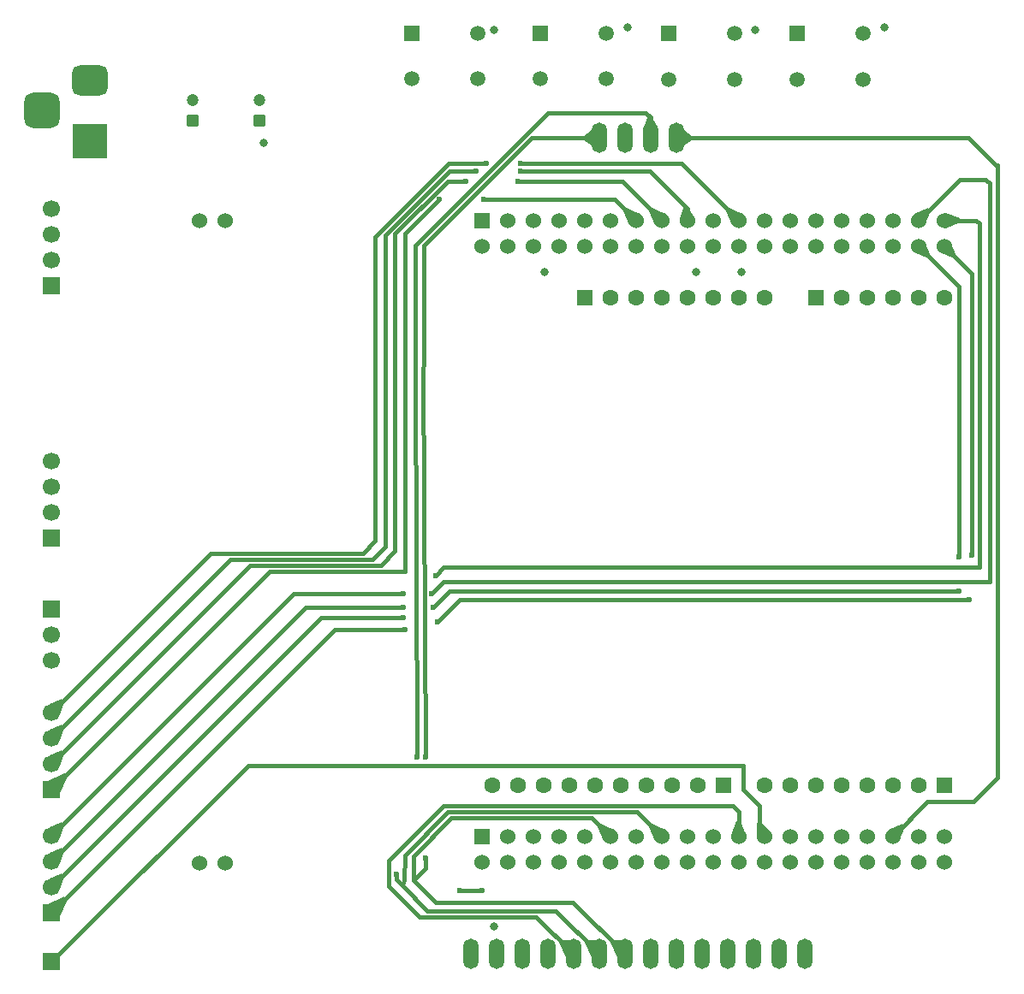
<source format=gbl>
%TF.GenerationSoftware,KiCad,Pcbnew,9.0.6*%
%TF.CreationDate,2025-11-14T23:18:00+01:00*%
%TF.ProjectId,uC_screen_power,75435f73-6372-4656-956e-5f706f776572,1*%
%TF.SameCoordinates,Original*%
%TF.FileFunction,Copper,L4,Bot*%
%TF.FilePolarity,Positive*%
%FSLAX46Y46*%
G04 Gerber Fmt 4.6, Leading zero omitted, Abs format (unit mm)*
G04 Created by KiCad (PCBNEW 9.0.6) date 2025-11-14 23:18:00*
%MOMM*%
%LPD*%
G01*
G04 APERTURE LIST*
G04 Aperture macros list*
%AMRoundRect*
0 Rectangle with rounded corners*
0 $1 Rounding radius*
0 $2 $3 $4 $5 $6 $7 $8 $9 X,Y pos of 4 corners*
0 Add a 4 corners polygon primitive as box body*
4,1,4,$2,$3,$4,$5,$6,$7,$8,$9,$2,$3,0*
0 Add four circle primitives for the rounded corners*
1,1,$1+$1,$2,$3*
1,1,$1+$1,$4,$5*
1,1,$1+$1,$6,$7*
1,1,$1+$1,$8,$9*
0 Add four rect primitives between the rounded corners*
20,1,$1+$1,$2,$3,$4,$5,0*
20,1,$1+$1,$4,$5,$6,$7,0*
20,1,$1+$1,$6,$7,$8,$9,0*
20,1,$1+$1,$8,$9,$2,$3,0*%
G04 Aperture macros list end*
%TA.AperFunction,ComponentPad*%
%ADD10RoundRect,0.250000X0.350000X-0.350000X0.350000X0.350000X-0.350000X0.350000X-0.350000X-0.350000X0*%
%TD*%
%TA.AperFunction,ComponentPad*%
%ADD11C,1.200000*%
%TD*%
%TA.AperFunction,ComponentPad*%
%ADD12O,1.500000X3.000000*%
%TD*%
%TA.AperFunction,ComponentPad*%
%ADD13R,1.508000X1.508000*%
%TD*%
%TA.AperFunction,ComponentPad*%
%ADD14C,1.508000*%
%TD*%
%TA.AperFunction,ComponentPad*%
%ADD15R,1.700000X1.700000*%
%TD*%
%TA.AperFunction,ComponentPad*%
%ADD16C,1.700000*%
%TD*%
%TA.AperFunction,ComponentPad*%
%ADD17R,3.500000X3.500000*%
%TD*%
%TA.AperFunction,ComponentPad*%
%ADD18RoundRect,0.750000X-1.000000X0.750000X-1.000000X-0.750000X1.000000X-0.750000X1.000000X0.750000X0*%
%TD*%
%TA.AperFunction,ComponentPad*%
%ADD19RoundRect,0.875000X-0.875000X0.875000X-0.875000X-0.875000X0.875000X-0.875000X0.875000X0.875000X0*%
%TD*%
%TA.AperFunction,ComponentPad*%
%ADD20R,1.605000X1.605000*%
%TD*%
%TA.AperFunction,ComponentPad*%
%ADD21C,1.605000*%
%TD*%
%TA.AperFunction,ComponentPad*%
%ADD22R,1.530000X1.530000*%
%TD*%
%TA.AperFunction,ComponentPad*%
%ADD23C,1.530000*%
%TD*%
%TA.AperFunction,ViaPad*%
%ADD24C,0.800000*%
%TD*%
%TA.AperFunction,ViaPad*%
%ADD25C,0.600000*%
%TD*%
%TA.AperFunction,Conductor*%
%ADD26C,0.400000*%
%TD*%
G04 APERTURE END LIST*
D10*
%TO.P,C67,1*%
%TO.N,+5V*%
X76800000Y-65000000D03*
D11*
%TO.P,C67,2*%
%TO.N,GND*%
X76800000Y-63000000D03*
%TD*%
D12*
%TO.P,U10,1,VCC*%
%TO.N,/VDD*%
X97680000Y-147500000D03*
%TO.P,U10,2,GND*%
%TO.N,GND*%
X100220000Y-147500000D03*
%TO.P,U10,3,CS*%
%TO.N,/CS*%
X102760000Y-147500000D03*
%TO.P,U10,4,RST*%
%TO.N,/RST*%
X105300000Y-147500000D03*
%TO.P,U10,5,DC*%
%TO.N,/DC*%
X107840000Y-147500000D03*
%TO.P,U10,6,MOSI*%
%TO.N,/MOSI*%
X110380000Y-147500000D03*
%TO.P,U10,7,SCK*%
%TO.N,/SCK*%
X112920000Y-147500000D03*
%TO.P,U10,8,LED*%
%TO.N,/VDD*%
X115460000Y-147500000D03*
%TO.P,U10,9,MISO*%
%TO.N,/MISO*%
X118000000Y-147500000D03*
%TO.P,U10,10*%
%TO.N,unconnected-(U10-Pad10)*%
X120540000Y-147500000D03*
%TO.P,U10,11*%
%TO.N,unconnected-(U10-Pad11)*%
X123080000Y-147500000D03*
%TO.P,U10,12*%
%TO.N,unconnected-(U10-Pad12)*%
X125620000Y-147500000D03*
%TO.P,U10,13*%
%TO.N,unconnected-(U10-Pad13)*%
X128160000Y-147500000D03*
%TO.P,U10,14*%
%TO.N,unconnected-(U10-Pad14)*%
X130700000Y-147500000D03*
%TO.P,U10,15,SD_SCK*%
%TO.N,/SCK*%
X110410000Y-66700000D03*
%TO.P,U10,16,SD_MISO*%
%TO.N,/MISO*%
X112950000Y-66700000D03*
%TO.P,U10,17,SD_MOSI*%
%TO.N,/MOSI*%
X115490000Y-66700000D03*
%TO.P,U10,18,SD_CS*%
%TO.N,/CS_SD*%
X118030000Y-66700000D03*
%TD*%
D13*
%TO.P,SW76,1,1*%
%TO.N,/SW4*%
X130000000Y-56400000D03*
D14*
%TO.P,SW76,2,2*%
%TO.N,GND*%
X136500000Y-56400000D03*
%TO.P,SW76,3,3*%
%TO.N,/SW4*%
X130000000Y-60900000D03*
%TO.P,SW76,4,4*%
%TO.N,GND*%
X136500000Y-60900000D03*
%TD*%
D15*
%TO.P,J4,1,Pin_1*%
%TO.N,GND*%
X56200000Y-106320000D03*
D16*
%TO.P,J4,2,Pin_2*%
X56200000Y-103780000D03*
%TO.P,J4,3,Pin_3*%
X56200000Y-101240000D03*
%TO.P,J4,4,Pin_4*%
X56200000Y-98700000D03*
%TD*%
D10*
%TO.P,C66,1*%
%TO.N,+5V*%
X70200000Y-64972600D03*
D11*
%TO.P,C66,2*%
%TO.N,GND*%
X70200000Y-62972600D03*
%TD*%
D13*
%TO.P,SW74,1,1*%
%TO.N,/SW2*%
X104600000Y-56350000D03*
D14*
%TO.P,SW74,2,2*%
%TO.N,GND*%
X111100000Y-56350000D03*
%TO.P,SW74,3,3*%
%TO.N,/SW2*%
X104600000Y-60850000D03*
%TO.P,SW74,4,4*%
%TO.N,GND*%
X111100000Y-60850000D03*
%TD*%
D13*
%TO.P,SW75,1,1*%
%TO.N,/SW3*%
X117300000Y-56400000D03*
D14*
%TO.P,SW75,2,2*%
%TO.N,GND*%
X123800000Y-56400000D03*
%TO.P,SW75,3,3*%
%TO.N,/SW3*%
X117300000Y-60900000D03*
%TO.P,SW75,4,4*%
%TO.N,GND*%
X123800000Y-60900000D03*
%TD*%
D17*
%TO.P,J1,1*%
%TO.N,+5V*%
X60000000Y-67000000D03*
D18*
%TO.P,J1,2*%
%TO.N,GND*%
X60000000Y-61000000D03*
D19*
%TO.P,J1,3*%
%TO.N,unconnected-(J1-Pad3)*%
X55300000Y-64000000D03*
%TD*%
D15*
%TO.P,J5,1,Pin_1*%
%TO.N,+5V*%
X56250000Y-81310000D03*
D16*
%TO.P,J5,2,Pin_2*%
X56250000Y-78770000D03*
%TO.P,J5,3,Pin_3*%
X56250000Y-76230000D03*
%TO.P,J5,4,Pin_4*%
X56250000Y-73690000D03*
%TD*%
D13*
%TO.P,SW73,1,1*%
%TO.N,/SW1*%
X91900000Y-56350000D03*
D14*
%TO.P,SW73,2,2*%
%TO.N,GND*%
X98400000Y-56350000D03*
%TO.P,SW73,3,3*%
%TO.N,/SW1*%
X91900000Y-60850000D03*
%TO.P,SW73,4,4*%
%TO.N,GND*%
X98400000Y-60850000D03*
%TD*%
D15*
%TO.P,J7,1,Pin_1*%
%TO.N,/LED_OUT*%
X56250000Y-148250000D03*
%TD*%
D20*
%TO.P,U11,5_1*%
%TO.N,N/C*%
X122660000Y-130760000D03*
D21*
%TO.P,U11,5_2*%
X120120000Y-130760000D03*
%TO.P,U11,5_3*%
X117580000Y-130760000D03*
%TO.P,U11,5_4*%
X115040000Y-130760000D03*
%TO.P,U11,5_5*%
X112500000Y-130760000D03*
%TO.P,U11,5_6*%
X109960000Y-130760000D03*
%TO.P,U11,5_7*%
X107420000Y-130760000D03*
%TO.P,U11,5_8*%
X104880000Y-130760000D03*
%TO.P,U11,5_9*%
X102340000Y-130760000D03*
%TO.P,U11,5_10*%
X99800000Y-130760000D03*
D20*
%TO.P,U11,6_1*%
X108940000Y-82500000D03*
D21*
%TO.P,U11,6_2*%
X111480000Y-82500000D03*
%TO.P,U11,6_3*%
X114020000Y-82500000D03*
%TO.P,U11,6_4*%
X116560000Y-82500000D03*
%TO.P,U11,6_5*%
X119100000Y-82500000D03*
%TO.P,U11,6_6*%
X121640000Y-82500000D03*
%TO.P,U11,6_7*%
X124180000Y-82500000D03*
%TO.P,U11,6_8*%
X126720000Y-82500000D03*
D22*
%TO.P,U11,7_1,PC10*%
%TO.N,/S0*%
X98780000Y-74880000D03*
D23*
%TO.P,U11,7_2,PC11*%
%TO.N,/S1*%
X98780000Y-77420000D03*
%TO.P,U11,7_3,PC12*%
%TO.N,/S2*%
X101320000Y-74880000D03*
%TO.P,U11,7_4,PD2*%
%TO.N,unconnected-(U11A-PD2-Pad7_4)*%
X101320000Y-77420000D03*
%TO.P,U11,7_5,VDD*%
%TO.N,unconnected-(U11A-VDD-Pad7_5)*%
X103860000Y-74880000D03*
%TO.P,U11,7_6,E5V*%
%TO.N,unconnected-(U11A-E5V-Pad7_6)*%
X103860000Y-77420000D03*
%TO.P,U11,7_7,BOOT0*%
%TO.N,unconnected-(U11A-BOOT0-Pad7_7)*%
X106400000Y-74880000D03*
%TO.P,U11,7_8,GND_S1*%
%TO.N,GND*%
X106400000Y-77420000D03*
%TO.P,U11,7_9*%
%TO.N,N/C*%
X108940000Y-74880000D03*
%TO.P,U11,7_10*%
X108940000Y-77420000D03*
%TO.P,U11,7_11*%
X111480000Y-74880000D03*
%TO.P,U11,7_12,IOREF_S1*%
%TO.N,unconnected-(U11A-IOREF_S1-Pad7_12)*%
X111480000Y-77420000D03*
%TO.P,U11,7_13,PA13*%
%TO.N,/MUX_OUT_5*%
X114020000Y-74880000D03*
%TO.P,U11,7_14,RESET_S1*%
%TO.N,unconnected-(U11A-RESET_S1-Pad7_14)*%
X114020000Y-77420000D03*
%TO.P,U11,7_15,PA14*%
%TO.N,/MUX_OUT_6*%
X116560000Y-74880000D03*
%TO.P,U11,7_16,+3V3_S1*%
%TO.N,/VDD*%
X116560000Y-77420000D03*
%TO.P,U11,7_17,PA15*%
%TO.N,/MUX_OUT_7*%
X119100000Y-74880000D03*
%TO.P,U11,7_18,+5V_S1*%
%TO.N,+5V*%
X119100000Y-77420000D03*
%TO.P,U11,7_19,GND_S1*%
%TO.N,GND*%
X121640000Y-74880000D03*
%TO.P,U11,7_20,GND_S1*%
X121640000Y-77420000D03*
%TO.P,U11,7_21,PB7*%
%TO.N,/MUX_OUT_4*%
X124180000Y-74880000D03*
%TO.P,U11,7_22,GND_S1*%
%TO.N,GND*%
X124180000Y-77420000D03*
%TO.P,U11,7_23,PC13*%
%TO.N,unconnected-(U11A-PC13-Pad7_23)*%
X126720000Y-74880000D03*
%TO.P,U11,7_24,VIN_S1*%
%TO.N,unconnected-(U11A-VIN_S1-Pad7_24)*%
X126720000Y-77420000D03*
%TO.P,U11,7_25,PC14*%
%TO.N,unconnected-(U11A-PC14-Pad7_25)*%
X129260000Y-74880000D03*
%TO.P,U11,7_26*%
%TO.N,N/C*%
X129260000Y-77420000D03*
%TO.P,U11,7_27,PC15*%
%TO.N,unconnected-(U11A-PC15-Pad7_27)*%
X131800000Y-74880000D03*
%TO.P,U11,7_28,PA0*%
%TO.N,/SW4*%
X131800000Y-77420000D03*
%TO.P,U11,7_29,PH0*%
%TO.N,unconnected-(U11A-PH0-Pad7_29)*%
X134340000Y-74880000D03*
%TO.P,U11,7_30,PA1*%
%TO.N,/SW3*%
X134340000Y-77420000D03*
%TO.P,U11,7_31,PH1*%
%TO.N,unconnected-(U11A-PH1-Pad7_31)*%
X136880000Y-74880000D03*
%TO.P,U11,7_32,PA4*%
%TO.N,/SW2*%
X136880000Y-77420000D03*
%TO.P,U11,7_33,VBAT*%
%TO.N,unconnected-(U11A-VBAT-Pad7_33)*%
X139420000Y-74880000D03*
%TO.P,U11,7_34,PB0*%
%TO.N,/SW1*%
X139420000Y-77420000D03*
%TO.P,U11,7_35,PC2*%
%TO.N,/MUX_OUT_2*%
X141960000Y-74880000D03*
%TO.P,U11,7_36,PC1/PB9*%
%TO.N,/MUX_OUT_1*%
X141960000Y-77420000D03*
%TO.P,U11,7_37,PC3*%
%TO.N,/MUX_OUT_3*%
X144500000Y-74880000D03*
%TO.P,U11,7_38,PC0/PB8*%
%TO.N,/MUX_OUT_0*%
X144500000Y-77420000D03*
D20*
%TO.P,U11,8_1*%
%TO.N,N/C*%
X131800000Y-82500000D03*
D21*
%TO.P,U11,8_2*%
X134340000Y-82500000D03*
%TO.P,U11,8_3*%
X136880000Y-82500000D03*
%TO.P,U11,8_4*%
X139420000Y-82500000D03*
%TO.P,U11,8_5*%
X141960000Y-82500000D03*
%TO.P,U11,8_6*%
X144500000Y-82500000D03*
D20*
%TO.P,U11,9_1*%
X144500000Y-130760000D03*
D21*
%TO.P,U11,9_2*%
X141960000Y-130760000D03*
%TO.P,U11,9_3*%
X139420000Y-130760000D03*
%TO.P,U11,9_4*%
X136880000Y-130760000D03*
%TO.P,U11,9_5*%
X134340000Y-130760000D03*
%TO.P,U11,9_6*%
X131800000Y-130760000D03*
%TO.P,U11,9_7*%
X129260000Y-130760000D03*
%TO.P,U11,9_8*%
X126720000Y-130760000D03*
D22*
%TO.P,U11,10_1,PC9*%
%TO.N,unconnected-(U11B-PC9-Pad10_1)*%
X98780000Y-135840000D03*
D23*
%TO.P,U11,10_2,PC8*%
%TO.N,unconnected-(U11B-PC8-Pad10_2)*%
X98780000Y-138380000D03*
%TO.P,U11,10_3,PB8*%
%TO.N,unconnected-(U11B-PB8-Pad10_3)*%
X101320000Y-135840000D03*
%TO.P,U11,10_4,PC6*%
%TO.N,unconnected-(U11B-PC6-Pad10_4)*%
X101320000Y-138380000D03*
%TO.P,U11,10_5,PB9*%
%TO.N,unconnected-(U11B-PB9-Pad10_5)*%
X103860000Y-135840000D03*
%TO.P,U11,10_6,PC5*%
%TO.N,unconnected-(U11B-PC5-Pad10_6)*%
X103860000Y-138380000D03*
%TO.P,U11,10_7,AVDD*%
%TO.N,unconnected-(U11B-AVDD-Pad10_7)*%
X106400000Y-135840000D03*
%TO.P,U11,10_8,U5V*%
%TO.N,unconnected-(U11B-U5V-Pad10_8)*%
X106400000Y-138380000D03*
%TO.P,U11,10_9,GND_S2*%
%TO.N,Net-(U11B-GND_S2-Pad10_20)*%
X108940000Y-135840000D03*
%TO.P,U11,10_10*%
%TO.N,N/C*%
X108940000Y-138380000D03*
%TO.P,U11,10_11,PA5*%
%TO.N,/SCK*%
X111480000Y-135840000D03*
%TO.P,U11,10_12,PA12*%
%TO.N,unconnected-(U11B-PA12-Pad10_12)*%
X111480000Y-138380000D03*
%TO.P,U11,10_13,PA6*%
%TO.N,/MISO*%
X114020000Y-135840000D03*
%TO.P,U11,10_14,PA11*%
%TO.N,unconnected-(U11B-PA11-Pad10_14)*%
X114020000Y-138380000D03*
%TO.P,U11,10_15,PA7*%
%TO.N,/MOSI*%
X116560000Y-135840000D03*
%TO.P,U11,10_16,PB12*%
%TO.N,unconnected-(U11B-PB12-Pad10_16)*%
X116560000Y-138380000D03*
%TO.P,U11,10_17,PB6*%
%TO.N,/CS*%
X119100000Y-135840000D03*
%TO.P,U11,10_18*%
%TO.N,N/C*%
X119100000Y-138380000D03*
%TO.P,U11,10_19,PC7*%
%TO.N,/RST*%
X121640000Y-135840000D03*
%TO.P,U11,10_20,GND_S2*%
%TO.N,Net-(U11B-GND_S2-Pad10_20)*%
X121640000Y-138380000D03*
%TO.P,U11,10_21,PA9*%
%TO.N,/DC*%
X124180000Y-135840000D03*
%TO.P,U11,10_22,PB2*%
%TO.N,unconnected-(U11B-PB2-Pad10_22)*%
X124180000Y-138380000D03*
%TO.P,U11,10_23,PA8*%
%TO.N,/LED_OUT*%
X126720000Y-135840000D03*
%TO.P,U11,10_24,PB1*%
%TO.N,unconnected-(U11B-PB1-Pad10_24)*%
X126720000Y-138380000D03*
%TO.P,U11,10_25,PB10*%
%TO.N,unconnected-(U11B-PB10-Pad10_25)*%
X129260000Y-135840000D03*
%TO.P,U11,10_26,PB15*%
%TO.N,unconnected-(U11B-PB15-Pad10_26)*%
X129260000Y-138380000D03*
%TO.P,U11,10_27,PB4*%
%TO.N,unconnected-(U11B-PB4-Pad10_27)*%
X131800000Y-135840000D03*
%TO.P,U11,10_28,PB14*%
%TO.N,unconnected-(U11B-PB14-Pad10_28)*%
X131800000Y-138380000D03*
%TO.P,U11,10_29,PB5*%
%TO.N,unconnected-(U11B-PB5-Pad10_29)*%
X134340000Y-135840000D03*
%TO.P,U11,10_30,PB13*%
%TO.N,unconnected-(U11B-PB13-Pad10_30)*%
X134340000Y-138380000D03*
%TO.P,U11,10_31,PB3*%
%TO.N,unconnected-(U11B-PB3-Pad10_31)*%
X136880000Y-135840000D03*
%TO.P,U11,10_32,AGND*%
%TO.N,unconnected-(U11B-AGND-Pad10_32)*%
X136880000Y-138380000D03*
%TO.P,U11,10_33,PA10*%
%TO.N,/CS_SD*%
X139420000Y-135840000D03*
%TO.P,U11,10_34,PC4*%
%TO.N,unconnected-(U11B-PC4-Pad10_34)*%
X139420000Y-138380000D03*
%TO.P,U11,10_35,PA2*%
%TO.N,unconnected-(U11B-PA2-Pad10_35)*%
X141960000Y-135840000D03*
%TO.P,U11,10_36*%
%TO.N,N/C*%
X141960000Y-138380000D03*
%TO.P,U11,10_37,PA3*%
%TO.N,unconnected-(U11B-PA3-Pad10_37)*%
X144500000Y-135840000D03*
%TO.P,U11,10_38*%
%TO.N,N/C*%
X144500000Y-138380000D03*
%TO.P,U11,CN11*%
X73380000Y-138460000D03*
%TO.P,U11,CN11_1*%
X70880000Y-138460000D03*
%TO.P,U11,CN12*%
X73380000Y-74890000D03*
%TO.P,U11,CN12_1*%
X70880000Y-74890000D03*
%TD*%
D15*
%TO.P,J2,1,Pin_1*%
%TO.N,/MUX_OUT_0*%
X56200000Y-143410000D03*
D16*
%TO.P,J2,2,Pin_2*%
%TO.N,/MUX_OUT_1*%
X56200000Y-140870000D03*
%TO.P,J2,3,Pin_3*%
%TO.N,/MUX_OUT_2*%
X56200000Y-138330000D03*
%TO.P,J2,4,Pin_4*%
%TO.N,/MUX_OUT_3*%
X56200000Y-135790000D03*
%TD*%
D15*
%TO.P,J6,1,Pin_1*%
%TO.N,/S1*%
X56200000Y-113360000D03*
D16*
%TO.P,J6,2,Pin_2*%
%TO.N,/S0*%
X56200000Y-115900000D03*
%TO.P,J6,3,Pin_3*%
%TO.N,/S2*%
X56200000Y-118440000D03*
%TD*%
D15*
%TO.P,J3,1,Pin_1*%
%TO.N,/MUX_OUT_5*%
X56200000Y-131200000D03*
D16*
%TO.P,J3,2,Pin_2*%
%TO.N,/MUX_OUT_6*%
X56200000Y-128660000D03*
%TO.P,J3,3,Pin_3*%
%TO.N,/MUX_OUT_7*%
X56200000Y-126120000D03*
%TO.P,J3,4,Pin_4*%
%TO.N,/MUX_OUT_4*%
X56200000Y-123580000D03*
%TD*%
D24*
%TO.N,+5V*%
X77200000Y-67200000D03*
X120000000Y-80000000D03*
%TO.N,GND*%
X125800000Y-56000000D03*
X100000000Y-144750000D03*
X138600000Y-55800000D03*
X105000000Y-80000000D03*
X100000000Y-56000000D03*
X113200000Y-55800000D03*
X124500000Y-80000000D03*
D25*
%TO.N,/SCK*%
X93200000Y-138000000D03*
X93200000Y-128000000D03*
%TO.N,/MOSI*%
X90300000Y-139600000D03*
X92400000Y-128000000D03*
%TO.N,/RST*%
X96600000Y-141200000D03*
X98800000Y-141200000D03*
%TO.N,/MUX_OUT_4*%
X99200000Y-69200000D03*
X102600000Y-69200000D03*
%TO.N,/MUX_OUT_7*%
X98200000Y-70000000D03*
X102600000Y-70000003D03*
%TO.N,/MUX_OUT_0*%
X94400000Y-114600000D03*
X147000000Y-112400000D03*
X91200000Y-115400000D03*
X147200000Y-108000000D03*
%TO.N,/MUX_OUT_3*%
X91000000Y-111800000D03*
X94200000Y-110000000D03*
%TO.N,/MUX_OUT_2*%
X91000000Y-113200000D03*
X93815635Y-111799919D03*
%TO.N,/MUX_OUT_5*%
X94600000Y-72800000D03*
X99000000Y-72800000D03*
%TO.N,/MUX_OUT_6*%
X102400000Y-71000000D03*
X97200000Y-71000000D03*
%TO.N,/MUX_OUT_1*%
X146000000Y-108200000D03*
X94000000Y-113200000D03*
X91000000Y-114200000D03*
X146000000Y-111600000D03*
%TD*%
D26*
%TO.N,/MOSI*%
X90900000Y-140700000D02*
X91100000Y-140200000D01*
X91100000Y-140200000D02*
X91200000Y-137700000D01*
X91200000Y-137700000D02*
X95400000Y-133400000D01*
X95400000Y-133400000D02*
X114120000Y-133400000D01*
X114120000Y-133400000D02*
X116560000Y-135840000D01*
%TO.N,/SCK*%
X103700000Y-66700000D02*
X110410000Y-66700000D01*
X93200000Y-139000000D02*
X93200000Y-138000000D01*
X112920000Y-147500000D02*
X107820000Y-142400000D01*
X93019000Y-89019000D02*
X93019000Y-77381000D01*
X92000000Y-140200000D02*
X93200000Y-139000000D01*
X92000000Y-140200000D02*
X92000000Y-137800000D01*
X109641000Y-134001000D02*
X111480000Y-135840000D01*
X94200000Y-142400000D02*
X92000000Y-140200000D01*
X93200000Y-128000000D02*
X93000000Y-89600000D01*
X93000000Y-89600000D02*
X93019000Y-89019000D01*
X95799000Y-134001000D02*
X109641000Y-134001000D01*
X107820000Y-142400000D02*
X94200000Y-142400000D01*
X93019000Y-77381000D02*
X103700000Y-66700000D01*
X92000000Y-137800000D02*
X95799000Y-134001000D01*
%TO.N,/MOSI*%
X105350058Y-64200000D02*
X115000000Y-64200000D01*
X92400000Y-128000000D02*
X92200000Y-89400000D01*
X115000000Y-64200000D02*
X115490000Y-64690000D01*
X92200000Y-77350058D02*
X105350058Y-64200000D01*
X106080000Y-143200000D02*
X93400000Y-143200000D01*
X90900000Y-140700000D02*
X90300000Y-140100000D01*
X92200000Y-89400000D02*
X92200000Y-77350058D01*
X93400000Y-143200000D02*
X90900000Y-140700000D01*
X110380000Y-147500000D02*
X106080000Y-143200000D01*
X90300000Y-140100000D02*
X90300000Y-139600000D01*
X115490000Y-64690000D02*
X115490000Y-66700000D01*
%TO.N,/DC*%
X89600000Y-138200000D02*
X89600000Y-140800000D01*
X89600000Y-140800000D02*
X92600000Y-143800000D01*
X92600000Y-143800000D02*
X104140000Y-143800000D01*
X104140000Y-143800000D02*
X107840000Y-147500000D01*
X124180000Y-133380000D02*
X123600000Y-132800000D01*
X124180000Y-135840000D02*
X124180000Y-133380000D01*
X95000000Y-132800000D02*
X89600000Y-138200000D01*
X123600000Y-132800000D02*
X95000000Y-132800000D01*
%TO.N,/RST*%
X98800000Y-141200000D02*
X96600000Y-141200000D01*
%TO.N,/CS_SD*%
X149600000Y-69400000D02*
X146900000Y-66700000D01*
X139420000Y-135840000D02*
X142860000Y-132400000D01*
X147400000Y-132400000D02*
X149800000Y-130000000D01*
X142860000Y-132400000D02*
X147400000Y-132400000D01*
X149800000Y-69400000D02*
X149600000Y-69400000D01*
X149800000Y-130000000D02*
X149800000Y-69400000D01*
X146900000Y-66700000D02*
X118030000Y-66700000D01*
%TO.N,/MUX_OUT_4*%
X71982000Y-107798000D02*
X56200000Y-123580000D01*
X88200000Y-106600000D02*
X87002000Y-107798000D01*
X88200000Y-76508752D02*
X88200000Y-106600000D01*
X99200000Y-69200000D02*
X95508752Y-69200000D01*
X118500000Y-69200000D02*
X110200000Y-69200000D01*
X95508752Y-69200000D02*
X88200000Y-76508752D01*
X87002000Y-107798000D02*
X71982000Y-107798000D01*
X124180000Y-74880000D02*
X118500000Y-69200000D01*
X110200000Y-69200000D02*
X102600000Y-69200000D01*
%TO.N,/MUX_OUT_7*%
X115400000Y-70000000D02*
X102600003Y-70000000D01*
X95558694Y-70000000D02*
X89200000Y-76358694D01*
X88001000Y-108399000D02*
X73921000Y-108399000D01*
X119100000Y-73700000D02*
X115400000Y-70000000D01*
X89200000Y-76358694D02*
X89200000Y-107200000D01*
X98200000Y-70000000D02*
X95558694Y-70000000D01*
X119100000Y-74880000D02*
X119100000Y-73700000D01*
X102600003Y-70000000D02*
X102600000Y-70000003D01*
X73921000Y-108399000D02*
X56200000Y-126120000D01*
X89200000Y-107200000D02*
X88001000Y-108399000D01*
%TO.N,/LED_OUT*%
X124600000Y-128800000D02*
X75700000Y-128800000D01*
X126720000Y-135840000D02*
X126200000Y-135320000D01*
X126200000Y-135320000D02*
X126200000Y-132800000D01*
X126200000Y-132800000D02*
X124600000Y-131200000D01*
X75700000Y-128800000D02*
X56250000Y-148250000D01*
X124600000Y-131200000D02*
X124600000Y-128800000D01*
%TO.N,/MUX_OUT_0*%
X147000000Y-112400000D02*
X96600000Y-112400000D01*
X91200000Y-115400000D02*
X84210000Y-115400000D01*
X96600000Y-112400000D02*
X94400000Y-114600000D01*
X147200000Y-80120000D02*
X147200000Y-108000000D01*
X144500000Y-77420000D02*
X147200000Y-80120000D01*
X84210000Y-115400000D02*
X56200000Y-143410000D01*
%TO.N,/MUX_OUT_3*%
X80190000Y-111800000D02*
X56200000Y-135790000D01*
X148000000Y-109200000D02*
X95000000Y-109200000D01*
X148000000Y-75200000D02*
X148000000Y-109200000D01*
X95000000Y-109200000D02*
X94200000Y-110000000D01*
X147680000Y-74880000D02*
X148000000Y-75200000D01*
X91000000Y-111800000D02*
X80190000Y-111800000D01*
X144500000Y-74880000D02*
X147680000Y-74880000D01*
%TO.N,/MUX_OUT_2*%
X149000000Y-71200000D02*
X149000000Y-110600000D01*
X141960000Y-74880000D02*
X146040000Y-70800000D01*
X91000000Y-113200000D02*
X81330000Y-113200000D01*
X81330000Y-113200000D02*
X56200000Y-138330000D01*
X95000000Y-110600000D02*
X93815635Y-111784365D01*
X149000000Y-110600000D02*
X95000000Y-110600000D01*
X148600000Y-70800000D02*
X149000000Y-71200000D01*
X146040000Y-70800000D02*
X148600000Y-70800000D01*
X93815635Y-111784365D02*
X93815635Y-111799919D01*
%TO.N,/MUX_OUT_5*%
X91200000Y-109600000D02*
X77800000Y-109600000D01*
X77800000Y-109600000D02*
X56200000Y-131200000D01*
X91200000Y-76200000D02*
X91200000Y-109600000D01*
X94600000Y-72800000D02*
X91200000Y-76200000D01*
X114020000Y-74880000D02*
X111940000Y-72800000D01*
X111940000Y-72800000D02*
X99000000Y-72800000D01*
%TO.N,/MUX_OUT_6*%
X97200000Y-71000000D02*
X95408636Y-71000000D01*
X112680000Y-71000000D02*
X102400000Y-71000000D01*
X75860000Y-109000000D02*
X56200000Y-128660000D01*
X88800000Y-109000000D02*
X75860000Y-109000000D01*
X90200000Y-107600000D02*
X88800000Y-109000000D01*
X90200000Y-76208636D02*
X90200000Y-107600000D01*
X116560000Y-74880000D02*
X112680000Y-71000000D01*
X95408636Y-71000000D02*
X90200000Y-76208636D01*
%TO.N,/MUX_OUT_1*%
X56200000Y-140870000D02*
X82870000Y-114200000D01*
X146000000Y-108200000D02*
X146000000Y-81460000D01*
X94000000Y-113200000D02*
X95600000Y-111600000D01*
X95600000Y-111600000D02*
X146000000Y-111600000D01*
X82870000Y-114200000D02*
X91000000Y-114200000D01*
X146000000Y-81460000D02*
X141960000Y-77420000D01*
%TD*%
%TA.AperFunction,Conductor*%
%TO.N,/MOSI*%
G36*
X115637209Y-134630192D02*
G01*
X116311467Y-134917211D01*
X116972039Y-135198404D01*
X116978309Y-135204797D01*
X116978221Y-135213752D01*
X116977193Y-135215657D01*
X116562006Y-135838757D01*
X116558757Y-135842006D01*
X115935657Y-136257193D01*
X115926872Y-136258928D01*
X115919432Y-136253944D01*
X115918404Y-136252039D01*
X115350193Y-134917211D01*
X115350105Y-134908256D01*
X115352683Y-134904357D01*
X115624356Y-134632684D01*
X115632628Y-134629258D01*
X115637209Y-134630192D01*
G37*
%TD.AperFunction*%
%TD*%
%TA.AperFunction,Conductor*%
%TO.N,/SCK*%
G36*
X109667097Y-65957088D02*
G01*
X110402709Y-66691721D01*
X110406141Y-66699992D01*
X110402720Y-66708268D01*
X110402709Y-66708279D01*
X109667097Y-67442911D01*
X109658821Y-67446332D01*
X109651910Y-67444067D01*
X108914781Y-66903506D01*
X108910136Y-66895850D01*
X108910000Y-66894071D01*
X108910000Y-66505928D01*
X108913427Y-66497655D01*
X108914773Y-66496499D01*
X109651911Y-65955931D01*
X109660608Y-65953803D01*
X109667097Y-65957088D01*
G37*
%TD.AperFunction*%
%TD*%
%TA.AperFunction,Conductor*%
%TO.N,/SCK*%
G36*
X111786034Y-146078359D02*
G01*
X112567706Y-146095813D01*
X112575900Y-146099424D01*
X112578808Y-146104727D01*
X112918316Y-147490945D01*
X112916956Y-147499796D01*
X112911417Y-147504542D01*
X112180365Y-147806380D01*
X112171410Y-147806370D01*
X112165285Y-147800486D01*
X111501683Y-146368504D01*
X111501315Y-146359558D01*
X111504025Y-146355315D01*
X111777557Y-146081783D01*
X111785829Y-146078357D01*
X111786034Y-146078359D01*
G37*
%TD.AperFunction*%
%TD*%
%TA.AperFunction,Conductor*%
%TO.N,/SCK*%
G36*
X110557209Y-134630192D02*
G01*
X111231467Y-134917211D01*
X111892039Y-135198404D01*
X111898309Y-135204797D01*
X111898221Y-135213752D01*
X111897193Y-135215657D01*
X111482006Y-135838757D01*
X111478757Y-135842006D01*
X110855657Y-136257193D01*
X110846872Y-136258928D01*
X110839432Y-136253944D01*
X110838404Y-136252039D01*
X110270193Y-134917211D01*
X110270105Y-134908256D01*
X110272683Y-134904357D01*
X110544356Y-134632684D01*
X110552628Y-134629258D01*
X110557209Y-134630192D01*
G37*
%TD.AperFunction*%
%TD*%
%TA.AperFunction,Conductor*%
%TO.N,/MOSI*%
G36*
X109246034Y-146078359D02*
G01*
X110027706Y-146095813D01*
X110035900Y-146099424D01*
X110038808Y-146104727D01*
X110378316Y-147490945D01*
X110376956Y-147499796D01*
X110371417Y-147504542D01*
X109640365Y-147806380D01*
X109631410Y-147806370D01*
X109625285Y-147800486D01*
X108961683Y-146368504D01*
X108961315Y-146359558D01*
X108964025Y-146355315D01*
X109237557Y-146081783D01*
X109245829Y-146078357D01*
X109246034Y-146078359D01*
G37*
%TD.AperFunction*%
%TD*%
%TA.AperFunction,Conductor*%
%TO.N,/MOSI*%
G36*
X115477529Y-64399986D02*
G01*
X115479461Y-64402536D01*
X116110471Y-65527739D01*
X116111529Y-65536631D01*
X116110588Y-65538970D01*
X115498955Y-66685247D01*
X115492037Y-66690933D01*
X115483125Y-66690061D01*
X115479589Y-66687162D01*
X114758730Y-65808943D01*
X114756130Y-65800374D01*
X114756852Y-65797325D01*
X114856072Y-65538970D01*
X115188173Y-64674223D01*
X115190820Y-64670149D01*
X115460984Y-64399985D01*
X115469256Y-64396559D01*
X115477529Y-64399986D01*
G37*
%TD.AperFunction*%
%TD*%
%TA.AperFunction,Conductor*%
%TO.N,/DC*%
G36*
X106706034Y-146078359D02*
G01*
X107487706Y-146095813D01*
X107495900Y-146099424D01*
X107498808Y-146104727D01*
X107838316Y-147490945D01*
X107836956Y-147499796D01*
X107831417Y-147504542D01*
X107100365Y-147806380D01*
X107091410Y-147806370D01*
X107085285Y-147800486D01*
X106421683Y-146368504D01*
X106421315Y-146359558D01*
X106424025Y-146355315D01*
X106697557Y-146081783D01*
X106705829Y-146078357D01*
X106706034Y-146078359D01*
G37*
%TD.AperFunction*%
%TD*%
%TA.AperFunction,Conductor*%
%TO.N,/DC*%
G36*
X124380372Y-134328126D02*
G01*
X124382952Y-134332027D01*
X124925033Y-135677680D01*
X124924945Y-135686635D01*
X124918552Y-135692905D01*
X124916477Y-135693524D01*
X124182297Y-135840540D01*
X124177703Y-135840540D01*
X123443521Y-135693523D01*
X123436082Y-135688540D01*
X123434347Y-135679755D01*
X123434964Y-135677684D01*
X123977048Y-134332027D01*
X123983318Y-134325634D01*
X123987901Y-134324699D01*
X124372099Y-134324699D01*
X124380372Y-134328126D01*
G37*
%TD.AperFunction*%
%TD*%
%TA.AperFunction,Conductor*%
%TO.N,/CS_SD*%
G36*
X140355644Y-134632685D02*
G01*
X140627314Y-134904355D01*
X140630741Y-134912628D01*
X140629806Y-134917211D01*
X140061595Y-136252039D01*
X140055202Y-136258309D01*
X140046247Y-136258221D01*
X140044342Y-136257193D01*
X139421242Y-135842006D01*
X139417994Y-135838758D01*
X139002806Y-135215657D01*
X139001071Y-135206872D01*
X139006055Y-135199432D01*
X139007955Y-135198406D01*
X140342789Y-134630192D01*
X140351743Y-134630105D01*
X140355644Y-134632685D01*
G37*
%TD.AperFunction*%
%TD*%
%TA.AperFunction,Conductor*%
%TO.N,/CS_SD*%
G36*
X118788089Y-65955932D02*
G01*
X119525220Y-66496494D01*
X119529864Y-66504149D01*
X119530000Y-66505928D01*
X119530000Y-66894071D01*
X119526573Y-66902344D01*
X119525219Y-66903506D01*
X118788089Y-67444067D01*
X118779391Y-67446196D01*
X118772902Y-67442911D01*
X118037290Y-66708279D01*
X118033858Y-66700008D01*
X118037279Y-66691732D01*
X118037290Y-66691721D01*
X118225112Y-66504149D01*
X118772902Y-65957087D01*
X118781178Y-65953667D01*
X118788089Y-65955932D01*
G37*
%TD.AperFunction*%
%TD*%
%TA.AperFunction,Conductor*%
%TO.N,/MUX_OUT_4*%
G36*
X57250860Y-122251032D02*
G01*
X57254618Y-122253553D01*
X57526446Y-122525381D01*
X57529873Y-122533654D01*
X57528998Y-122538094D01*
X57037319Y-123736921D01*
X57031009Y-123743275D01*
X57024223Y-123743958D01*
X56206978Y-123582227D01*
X56199527Y-123577260D01*
X56197772Y-123573021D01*
X56190406Y-123535801D01*
X56036041Y-122755774D01*
X56037796Y-122746995D01*
X56043076Y-122742681D01*
X57241906Y-122251001D01*
X57250860Y-122251032D01*
G37*
%TD.AperFunction*%
%TD*%
%TA.AperFunction,Conductor*%
%TO.N,/MUX_OUT_4*%
G36*
X123257209Y-73670192D02*
G01*
X123931467Y-73957211D01*
X124592039Y-74238404D01*
X124598309Y-74244797D01*
X124598221Y-74253752D01*
X124597193Y-74255657D01*
X124182006Y-74878757D01*
X124178757Y-74882006D01*
X123555657Y-75297193D01*
X123546872Y-75298928D01*
X123539432Y-75293944D01*
X123538404Y-75292039D01*
X122970193Y-73957211D01*
X122970105Y-73948256D01*
X122972683Y-73944357D01*
X123244356Y-73672684D01*
X123252628Y-73669258D01*
X123257209Y-73670192D01*
G37*
%TD.AperFunction*%
%TD*%
%TA.AperFunction,Conductor*%
%TO.N,/MUX_OUT_7*%
G36*
X119010628Y-73331731D02*
G01*
X119012185Y-73333658D01*
X119729835Y-74445325D01*
X119731443Y-74454135D01*
X119726518Y-74461391D01*
X119104745Y-74878001D01*
X119095964Y-74879759D01*
X119095941Y-74879755D01*
X118362661Y-74733344D01*
X118355219Y-74728363D01*
X118353478Y-74719579D01*
X118353842Y-74718203D01*
X118443908Y-74445325D01*
X118720615Y-73606965D01*
X118723449Y-73602364D01*
X118994083Y-73331730D01*
X119002355Y-73328304D01*
X119010628Y-73331731D01*
G37*
%TD.AperFunction*%
%TD*%
%TA.AperFunction,Conductor*%
%TO.N,/MUX_OUT_7*%
G36*
X57250860Y-124791032D02*
G01*
X57254618Y-124793553D01*
X57526446Y-125065381D01*
X57529873Y-125073654D01*
X57528998Y-125078094D01*
X57037319Y-126276921D01*
X57031009Y-126283275D01*
X57024223Y-126283958D01*
X56206978Y-126122227D01*
X56199527Y-126117260D01*
X56197772Y-126113021D01*
X56190406Y-126075801D01*
X56036041Y-125295774D01*
X56037796Y-125286995D01*
X56043076Y-125282681D01*
X57241906Y-124791001D01*
X57250860Y-124791032D01*
G37*
%TD.AperFunction*%
%TD*%
%TA.AperFunction,Conductor*%
%TO.N,/LED_OUT*%
G36*
X126403337Y-134536916D02*
G01*
X127137483Y-135197156D01*
X127141343Y-135205236D01*
X127139392Y-135212348D01*
X126724347Y-135834482D01*
X126716905Y-135839463D01*
X126712317Y-135839461D01*
X125979355Y-135692689D01*
X125971915Y-135687705D01*
X125969956Y-135680913D01*
X125999702Y-134545309D01*
X126003344Y-134537128D01*
X126011398Y-134533915D01*
X126395513Y-134533915D01*
X126403337Y-134536916D01*
G37*
%TD.AperFunction*%
%TD*%
%TA.AperFunction,Conductor*%
%TO.N,/MUX_OUT_0*%
G36*
X145140567Y-77006055D02*
G01*
X145141595Y-77007960D01*
X145709806Y-78342788D01*
X145709894Y-78351743D01*
X145707314Y-78355644D01*
X145435644Y-78627314D01*
X145427371Y-78630741D01*
X145422788Y-78629806D01*
X144087960Y-78061595D01*
X144081690Y-78055202D01*
X144081778Y-78046247D01*
X144082806Y-78044342D01*
X144497996Y-77421238D01*
X144501238Y-77417996D01*
X145124342Y-77002805D01*
X145133127Y-77001071D01*
X145140567Y-77006055D01*
G37*
%TD.AperFunction*%
%TD*%
%TA.AperFunction,Conductor*%
%TO.N,/MUX_OUT_0*%
G36*
X57515312Y-141823231D02*
G01*
X57786768Y-142094687D01*
X57790195Y-142102960D01*
X57789177Y-142107733D01*
X57054638Y-143751699D01*
X57048135Y-143757854D01*
X57039489Y-143757740D01*
X56203784Y-143412562D01*
X56197446Y-143406236D01*
X55852259Y-142570509D01*
X55852268Y-142561555D01*
X55858299Y-142555361D01*
X57502269Y-141820821D01*
X57511218Y-141820576D01*
X57515312Y-141823231D01*
G37*
%TD.AperFunction*%
%TD*%
%TA.AperFunction,Conductor*%
%TO.N,/MUX_OUT_3*%
G36*
X57250860Y-134461032D02*
G01*
X57254618Y-134463553D01*
X57526446Y-134735381D01*
X57529873Y-134743654D01*
X57528998Y-134748094D01*
X57037319Y-135946921D01*
X57031009Y-135953275D01*
X57024223Y-135953958D01*
X56206978Y-135792227D01*
X56199527Y-135787260D01*
X56197772Y-135783021D01*
X56190406Y-135745801D01*
X56036041Y-134965774D01*
X56037796Y-134956995D01*
X56043076Y-134952681D01*
X57241906Y-134461001D01*
X57250860Y-134461032D01*
G37*
%TD.AperFunction*%
%TD*%
%TA.AperFunction,Conductor*%
%TO.N,/MUX_OUT_3*%
G36*
X144662317Y-74134965D02*
G01*
X146007974Y-74677048D01*
X146014366Y-74683317D01*
X146015301Y-74687900D01*
X146015301Y-75072099D01*
X146011874Y-75080372D01*
X146007973Y-75082952D01*
X144662319Y-75625033D01*
X144653364Y-75624945D01*
X144647094Y-75618552D01*
X144646477Y-75616485D01*
X144499459Y-74882292D01*
X144499459Y-74877707D01*
X144646476Y-74143519D01*
X144651459Y-74136082D01*
X144660244Y-74134347D01*
X144662317Y-74134965D01*
G37*
%TD.AperFunction*%
%TD*%
%TA.AperFunction,Conductor*%
%TO.N,/MUX_OUT_2*%
G36*
X142895644Y-73672685D02*
G01*
X143167314Y-73944355D01*
X143170741Y-73952628D01*
X143169806Y-73957211D01*
X142601595Y-75292039D01*
X142595202Y-75298309D01*
X142586247Y-75298221D01*
X142584342Y-75297193D01*
X141961242Y-74882006D01*
X141957994Y-74878758D01*
X141542806Y-74255657D01*
X141541071Y-74246872D01*
X141546055Y-74239432D01*
X141547955Y-74238406D01*
X142882789Y-73670192D01*
X142891743Y-73670105D01*
X142895644Y-73672685D01*
G37*
%TD.AperFunction*%
%TD*%
%TA.AperFunction,Conductor*%
%TO.N,/MUX_OUT_2*%
G36*
X57250860Y-137001032D02*
G01*
X57254618Y-137003553D01*
X57526446Y-137275381D01*
X57529873Y-137283654D01*
X57528998Y-137288094D01*
X57037319Y-138486921D01*
X57031009Y-138493275D01*
X57024223Y-138493958D01*
X56206978Y-138332227D01*
X56199527Y-138327260D01*
X56197772Y-138323021D01*
X56190406Y-138285801D01*
X56036041Y-137505774D01*
X56037796Y-137496995D01*
X56043076Y-137492681D01*
X57241906Y-137001001D01*
X57250860Y-137001032D01*
G37*
%TD.AperFunction*%
%TD*%
%TA.AperFunction,Conductor*%
%TO.N,/MUX_OUT_5*%
G36*
X57515312Y-129613231D02*
G01*
X57786768Y-129884687D01*
X57790195Y-129892960D01*
X57789177Y-129897733D01*
X57054638Y-131541699D01*
X57048135Y-131547854D01*
X57039489Y-131547740D01*
X56203784Y-131202562D01*
X56197446Y-131196236D01*
X55852259Y-130360509D01*
X55852268Y-130351555D01*
X55858299Y-130345361D01*
X57502269Y-129610821D01*
X57511218Y-129610576D01*
X57515312Y-129613231D01*
G37*
%TD.AperFunction*%
%TD*%
%TA.AperFunction,Conductor*%
%TO.N,/MUX_OUT_5*%
G36*
X113097209Y-73670192D02*
G01*
X113771467Y-73957211D01*
X114432039Y-74238404D01*
X114438309Y-74244797D01*
X114438221Y-74253752D01*
X114437193Y-74255657D01*
X114022006Y-74878757D01*
X114018757Y-74882006D01*
X113395657Y-75297193D01*
X113386872Y-75298928D01*
X113379432Y-75293944D01*
X113378404Y-75292039D01*
X112810193Y-73957211D01*
X112810105Y-73948256D01*
X112812683Y-73944357D01*
X113084356Y-73672684D01*
X113092628Y-73669258D01*
X113097209Y-73670192D01*
G37*
%TD.AperFunction*%
%TD*%
%TA.AperFunction,Conductor*%
%TO.N,/MUX_OUT_6*%
G36*
X57250860Y-127331032D02*
G01*
X57254618Y-127333553D01*
X57526446Y-127605381D01*
X57529873Y-127613654D01*
X57528998Y-127618094D01*
X57037319Y-128816921D01*
X57031009Y-128823275D01*
X57024223Y-128823958D01*
X56206978Y-128662227D01*
X56199527Y-128657260D01*
X56197772Y-128653021D01*
X56190406Y-128615801D01*
X56036041Y-127835774D01*
X56037796Y-127826995D01*
X56043076Y-127822681D01*
X57241906Y-127331001D01*
X57250860Y-127331032D01*
G37*
%TD.AperFunction*%
%TD*%
%TA.AperFunction,Conductor*%
%TO.N,/MUX_OUT_6*%
G36*
X115637209Y-73670192D02*
G01*
X116311467Y-73957211D01*
X116972039Y-74238404D01*
X116978309Y-74244797D01*
X116978221Y-74253752D01*
X116977193Y-74255657D01*
X116562006Y-74878757D01*
X116558757Y-74882006D01*
X115935657Y-75297193D01*
X115926872Y-75298928D01*
X115919432Y-75293944D01*
X115918404Y-75292039D01*
X115350193Y-73957211D01*
X115350105Y-73948256D01*
X115352683Y-73944357D01*
X115624356Y-73672684D01*
X115632628Y-73669258D01*
X115637209Y-73670192D01*
G37*
%TD.AperFunction*%
%TD*%
%TA.AperFunction,Conductor*%
%TO.N,/MUX_OUT_1*%
G36*
X57250860Y-139541032D02*
G01*
X57254618Y-139543553D01*
X57526446Y-139815381D01*
X57529873Y-139823654D01*
X57528998Y-139828094D01*
X57037319Y-141026921D01*
X57031009Y-141033275D01*
X57024223Y-141033958D01*
X56206978Y-140872227D01*
X56199527Y-140867260D01*
X56197772Y-140863021D01*
X56190406Y-140825801D01*
X56036041Y-140045774D01*
X56037796Y-140036995D01*
X56043076Y-140032681D01*
X57241906Y-139541001D01*
X57250860Y-139541032D01*
G37*
%TD.AperFunction*%
%TD*%
%TA.AperFunction,Conductor*%
%TO.N,/MUX_OUT_1*%
G36*
X142600567Y-77006055D02*
G01*
X142601595Y-77007960D01*
X143169806Y-78342788D01*
X143169894Y-78351743D01*
X143167314Y-78355644D01*
X142895644Y-78627314D01*
X142887371Y-78630741D01*
X142882788Y-78629806D01*
X141547960Y-78061595D01*
X141541690Y-78055202D01*
X141541778Y-78046247D01*
X141542806Y-78044342D01*
X141957996Y-77421238D01*
X141961238Y-77417996D01*
X142584342Y-77002805D01*
X142593127Y-77001071D01*
X142600567Y-77006055D01*
G37*
%TD.AperFunction*%
%TD*%
M02*

</source>
